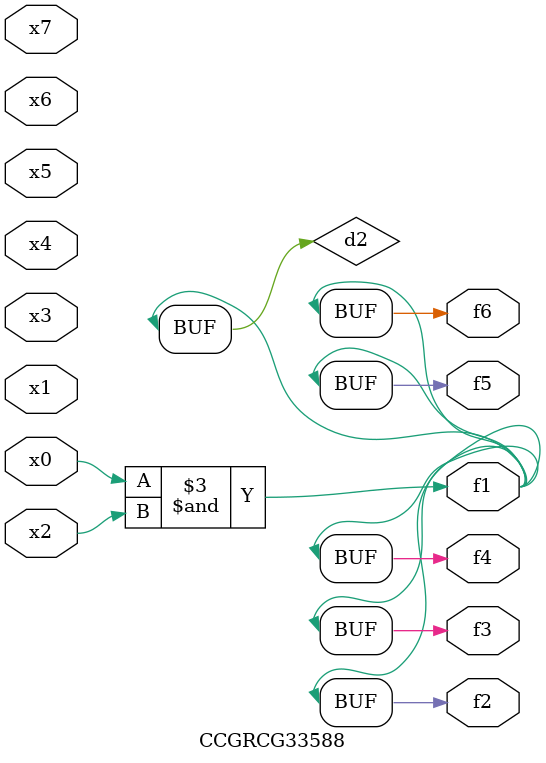
<source format=v>
module CCGRCG33588(
	input x0, x1, x2, x3, x4, x5, x6, x7,
	output f1, f2, f3, f4, f5, f6
);

	wire d1, d2;

	nor (d1, x3, x6);
	and (d2, x0, x2);
	assign f1 = d2;
	assign f2 = d2;
	assign f3 = d2;
	assign f4 = d2;
	assign f5 = d2;
	assign f6 = d2;
endmodule

</source>
